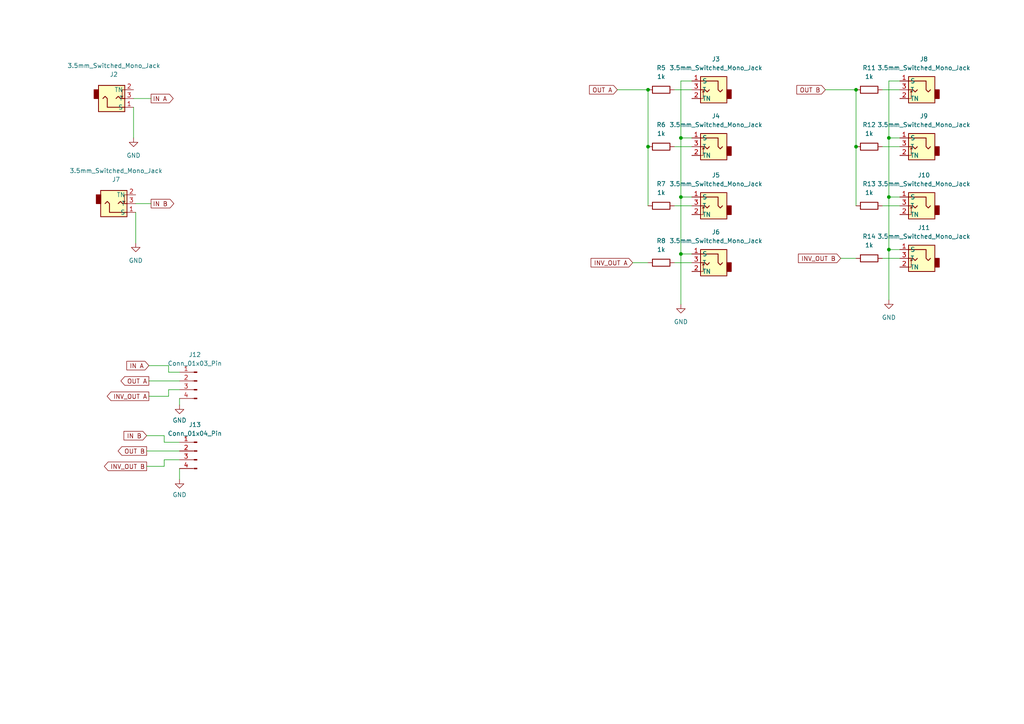
<source format=kicad_sch>
(kicad_sch (version 20230121) (generator eeschema)
  (paper "A4")
  (lib_symbols
    (symbol "Connector:Conn_01x04_Pin" (pin_names (offset 1.016) hide)
      (property "Reference" "J" (at 0 5.08 0))
      (property "Value" "Conn_01x04_Pin" (at 0 -7.62 0))
      (symbol "Conn_01x04_Pin_1_1"
        (polyline (pts (xy 1.27 -5.08) (xy 0.8636 -5.08)) (stroke (width 0.1524)))
        (polyline (pts (xy 1.27 -2.54) (xy 0.8636 -2.54)) (stroke (width 0.1524)))
        (polyline (pts (xy 1.27 0) (xy 0.8636 0)) (stroke (width 0.1524)))
        (polyline (pts (xy 1.27 2.54) (xy 0.8636 2.54)) (stroke (width 0.1524)))
        (rectangle (start 0.8636 -4.953) (end 0 -5.207) (stroke (width 0.1524)) (fill (type outline)))
        (rectangle (start 0.8636 -2.413) (end 0 -2.667) (stroke (width 0.1524)) (fill (type outline)))
        (rectangle (start 0.8636 0.127) (end 0 -0.127) (stroke (width 0.1524)) (fill (type outline)))
        (rectangle (start 0.8636 2.667) (end 0 2.413) (stroke (width 0.1524)) (fill (type outline)))
        (pin passive line (at 5.08 2.54 180) (length 3.81) (name "Pin_1") (number "1"))
        (pin passive line (at 5.08 0 180) (length 3.81) (name "Pin_2") (number "2"))
        (pin passive line (at 5.08 -2.54 180) (length 3.81) (name "Pin_3") (number "3"))
        (pin passive line (at 5.08 -5.08 180) (length 3.81) (name "Pin_4") (number "4"))
      )
    )
    (symbol "Device:R" (pin_numbers hide) (pin_names (offset 0))
      (property "Reference" "R" (at 2.032 0 90))
      (property "Value" "R" (at 0 0 90))
      (symbol "R_0_1"
        (rectangle (start -1.016 -2.54) (end 1.016 2.54) (stroke (width 0.254)))
      )
      (symbol "R_1_1"
        (pin passive line (at 0 3.81 270) (length 1.27) (name "~") (number "1"))
        (pin passive line (at 0 -3.81 90) (length 1.27) (name "~") (number "2"))
      )
    )
    (symbol "My_Symbols:3.5mm_Switched_Mono_Jack"
      (property "Reference" "J" (at 0 13.97 0))
      (property "Value" "3.5mm_Switched_Mono_Jack" (at 0 11.43 0))
      (symbol "3.5mm_Switched_Mono_Jack_0_1"
        (rectangle (start -5.08 5.08) (end -6.35 2.54) (stroke (width 0.254)) (fill (type outline)))
        (rectangle (start -5.08 8.89) (end 2.54 1.27) (stroke (width 0.254)) (fill (type background)))
        (polyline (pts (xy 1.778 4.826) (xy 2.032 4.318)))
        (polyline (pts (xy 0 5.08) (xy 0.635 4.445) (xy 1.27 5.08) (xy 2.54 5.08)) (stroke (width 0.254)))
        (polyline (pts (xy 2.54 2.54) (xy 1.778 2.54) (xy 1.778 4.826) (xy 1.524 4.318)))
        (polyline (pts (xy 2.54 7.62) (xy -2.54 7.62) (xy -2.54 5.08) (xy -3.175 4.445) (xy -3.81 5.08)) (stroke (width 0.254)))
      )
      (symbol "3.5mm_Switched_Mono_Jack_1_1"
        (pin passive line (at 5.08 7.62 180) (length 2.54) (name "S") (number "1"))
        (pin passive line (at 5.08 2.54 180) (length 2.54) (name "TN") (number "2"))
        (pin passive line (at 5.08 5.08 180) (length 2.54) (name "T") (number "3"))
      )
    )
    (symbol "power:GND" (power) (pin_names (offset 0))
      (property "Value" "GND" (at 0 -3.81 0))
      (symbol "GND_0_1"
        (polyline (pts (xy 0 0) (xy 0 -1.27) (xy 1.27 -1.27) (xy 0 -2.54) (xy -1.27 -1.27) (xy 0 -1.27)))
      )
      (symbol "GND_1_1"
        (pin power_in line (at 0 0 270) (length 0) hide (name "GND") (number "1"))
      )
    )
  )
  (junction (at 248.285 26.035))
  (junction (at 197.485 40.005))
  (junction (at 187.96 42.545))
  (junction (at 187.96 26.035))
  (junction (at 197.485 57.15))
  (junction (at 197.485 73.66))
  (junction (at 248.285 42.545))
  (junction (at 257.81 40.005))
  (junction (at 257.81 57.15))
  (junction (at 257.81 72.39))
  (wire (pts (xy 195.58 26.035) (xy 200.66 26.035)))
  (wire (pts (xy 257.81 72.39) (xy 260.985 72.39)))
  (wire (pts (xy 255.905 26.035) (xy 260.985 26.035)))
  (wire (pts (xy 39.37 61.595) (xy 39.37 70.485)))
  (wire (pts (xy 47.625 133.35) (xy 47.625 135.255)))
  (wire (pts (xy 47.625 135.255) (xy 42.545 135.255)))
  (wire (pts (xy 195.58 42.545) (xy 200.66 42.545)))
  (wire (pts (xy 48.895 113.03) (xy 52.07 113.03)))
  (wire (pts (xy 255.905 42.545) (xy 260.985 42.545)))
  (wire (pts (xy 52.07 133.35) (xy 47.625 133.35)))
  (wire (pts (xy 47.625 126.365) (xy 42.545 126.365)))
  (wire (pts (xy 197.485 23.495) (xy 200.66 23.495)))
  (wire (pts (xy 257.81 57.15) (xy 260.985 57.15)))
  (wire (pts (xy 257.81 23.495) (xy 260.985 23.495)))
  (wire (pts (xy 38.735 28.575) (xy 43.815 28.575)))
  (wire (pts (xy 197.485 40.005) (xy 197.485 23.495)))
  (wire (pts (xy 255.905 59.69) (xy 260.985 59.69)))
  (wire (pts (xy 197.485 40.005) (xy 197.485 57.15)))
  (wire (pts (xy 42.545 130.81) (xy 52.07 130.81)))
  (wire (pts (xy 39.37 59.055) (xy 43.815 59.055)))
  (wire (pts (xy 52.07 128.27) (xy 47.625 128.27)))
  (wire (pts (xy 47.625 128.27) (xy 47.625 126.365)))
  (wire (pts (xy 52.07 115.57) (xy 52.07 117.475)))
  (wire (pts (xy 255.905 74.93) (xy 260.985 74.93)))
  (wire (pts (xy 179.07 26.035) (xy 187.96 26.035)))
  (wire (pts (xy 187.96 26.035) (xy 187.96 42.545)))
  (wire (pts (xy 43.18 106.045) (xy 48.895 106.045)))
  (wire (pts (xy 43.18 114.935) (xy 48.895 114.935)))
  (wire (pts (xy 248.285 26.035) (xy 248.285 42.545)))
  (wire (pts (xy 183.515 76.2) (xy 187.96 76.2)))
  (wire (pts (xy 48.895 114.935) (xy 48.895 113.03)))
  (wire (pts (xy 43.18 110.49) (xy 52.07 110.49)))
  (wire (pts (xy 195.58 76.2) (xy 200.66 76.2)))
  (wire (pts (xy 197.485 88.265) (xy 197.485 73.66)))
  (wire (pts (xy 257.81 40.005) (xy 257.81 57.15)))
  (wire (pts (xy 197.485 73.66) (xy 200.66 73.66)))
  (wire (pts (xy 243.84 74.93) (xy 248.285 74.93)))
  (wire (pts (xy 257.81 86.995) (xy 257.81 72.39)))
  (wire (pts (xy 257.81 72.39) (xy 257.81 57.15)))
  (wire (pts (xy 48.895 106.045) (xy 48.895 107.95)))
  (wire (pts (xy 38.735 31.115) (xy 38.735 40.005)))
  (wire (pts (xy 187.96 42.545) (xy 187.96 59.69)))
  (wire (pts (xy 257.81 40.005) (xy 260.985 40.005)))
  (wire (pts (xy 239.395 26.035) (xy 248.285 26.035)))
  (wire (pts (xy 48.895 107.95) (xy 52.07 107.95)))
  (wire (pts (xy 197.485 40.005) (xy 200.66 40.005)))
  (wire (pts (xy 257.81 40.005) (xy 257.81 23.495)))
  (wire (pts (xy 197.485 57.15) (xy 200.66 57.15)))
  (wire (pts (xy 195.58 59.69) (xy 200.66 59.69)))
  (wire (pts (xy 197.485 73.66) (xy 197.485 57.15)))
  (wire (pts (xy 52.07 135.89) (xy 52.07 139.065)))
  (wire (pts (xy 248.285 42.545) (xy 248.285 59.69)))
  (global_label "OUT B" (shape output) (at 42.545 130.81 180) (property "Intersheetrefs" "${INTERSHEET_REFS}" (effects hide)))
  (global_label "IN B" (shape input) (at 42.545 126.365 180) (property "Intersheetrefs" "${INTERSHEET_REFS}" (effects hide)))
  (global_label "INV_OUT B" (shape output) (at 42.545 135.255 180) (property "Intersheetrefs" "${INTERSHEET_REFS}" (effects hide)))
  (global_label "OUT A" (shape input) (at 179.07 26.035 180) (property "Intersheetrefs" "${INTERSHEET_REFS}" (effects hide)))
  (global_label "INV_OUT B" (shape input) (at 243.84 74.93 180) (property "Intersheetrefs" "${INTERSHEET_REFS}" (effects hide)))
  (global_label "INV_OUT A" (shape output) (at 43.18 114.935 180) (property "Intersheetrefs" "${INTERSHEET_REFS}" (effects hide)))
  (global_label "INV_OUT A" (shape input) (at 183.515 76.2 180) (property "Intersheetrefs" "${INTERSHEET_REFS}" (effects hide)))
  (global_label "IN A" (shape input) (at 43.18 106.045 180) (property "Intersheetrefs" "${INTERSHEET_REFS}" (effects hide)))
  (global_label "OUT A" (shape output) (at 43.18 110.49 180) (property "Intersheetrefs" "${INTERSHEET_REFS}" (effects hide)))
  (global_label "OUT B" (shape input) (at 239.395 26.035 180) (property "Intersheetrefs" "${INTERSHEET_REFS}" (effects hide)))
  (global_label "IN A" (shape output) (at 43.815 28.575 0) (property "Intersheetrefs" "${INTERSHEET_REFS}" (effects hide)))
  (global_label "IN B" (shape output) (at 43.815 59.055 0) (property "Intersheetrefs" "${INTERSHEET_REFS}" (effects hide)))
  (symbol (lib_id "Device:R") (at 191.77 59.69 90) (unit 1)
    (property "Reference" "R7" (at 191.77 53.34 90))
    (property "Value" "1k" (at 191.77 55.88 90))
    (property "Footprint" "Resistor_THT:R_Axial_DIN0411_L9.9mm_D3.6mm_P5.08mm_Vertical" (effects hide))
  )
  (symbol (lib_id "Device:R") (at 252.095 74.93 90) (unit 1)
    (property "Reference" "R14" (at 252.095 68.58 90))
    (property "Value" "1k" (at 252.095 71.12 90))
    (property "Footprint" "Resistor_THT:R_Axial_DIN0411_L9.9mm_D3.6mm_P5.08mm_Vertical" (effects hide))
  )
  (symbol (lib_id "Device:R") (at 252.095 26.035 90) (unit 1)
    (property "Reference" "R11" (at 252.095 19.685 90))
    (property "Value" "1k" (at 252.095 22.225 90))
    (property "Footprint" "Resistor_THT:R_Axial_DIN0411_L9.9mm_D3.6mm_P5.08mm_Vertical" (effects hide))
  )
  (symbol (lib_id "My_Symbols:3.5mm_Switched_Mono_Jack") (at 266.065 31.115 0) (mirror y) (unit 1)
    (property "Reference" "J8" (at 267.97 17.145 0))
    (property "Value" "3.5mm_Switched_Mono_Jack" (at 267.97 19.685 0))
    (property "Footprint" "My_Library_BigPads:Connector 3.5mm Mono Switched" (effects hide))
  )
  (symbol (lib_id "My_Symbols:3.5mm_Switched_Mono_Jack") (at 205.74 64.77 0) (mirror y) (unit 1)
    (property "Reference" "J5" (at 207.645 50.8 0))
    (property "Value" "3.5mm_Switched_Mono_Jack" (at 207.645 53.34 0))
    (property "Footprint" "My_Library_BigPads:Connector 3.5mm Mono Switched" (effects hide))
  )
  (symbol (lib_id "power:GND") (at 39.37 70.485 0) (unit 1)
    (property "Reference" "#PWR06" (effects hide))
    (property "Value" "GND" (at 39.37 75.565 0))
  )
  (symbol (lib_id "Device:R") (at 252.095 59.69 90) (unit 1)
    (property "Reference" "R13" (at 252.095 53.34 90))
    (property "Value" "1k" (at 252.095 55.88 90))
    (property "Footprint" "Resistor_THT:R_Axial_DIN0411_L9.9mm_D3.6mm_P5.08mm_Vertical" (effects hide))
  )
  (symbol (lib_id "My_Symbols:3.5mm_Switched_Mono_Jack") (at 266.065 47.625 0) (mirror y) (unit 1)
    (property "Reference" "J9" (at 267.97 33.655 0))
    (property "Value" "3.5mm_Switched_Mono_Jack" (at 267.97 36.195 0))
    (property "Footprint" "My_Library_BigPads:Connector 3.5mm Mono Switched" (effects hide))
  )
  (symbol (lib_id "My_Symbols:3.5mm_Switched_Mono_Jack") (at 34.29 53.975 0) (mirror x) (unit 1)
    (property "Reference" "J7" (at 33.655 52.07 0))
    (property "Value" "3.5mm_Switched_Mono_Jack" (at 33.655 49.53 0))
    (property "Footprint" "My_Library_BigPads:Connector 3.5mm Mono Switched" (effects hide))
  )
  (symbol (lib_id "power:GND") (at 257.81 86.995 0) (unit 1)
    (property "Reference" "#PWR08" (effects hide))
    (property "Value" "GND" (at 257.81 92.075 0))
  )
  (symbol (lib_id "Device:R") (at 191.77 42.545 90) (unit 1)
    (property "Reference" "R6" (at 191.77 36.195 90))
    (property "Value" "1k" (at 191.77 38.735 90))
    (property "Footprint" "Resistor_THT:R_Axial_DIN0411_L9.9mm_D3.6mm_P5.08mm_Vertical" (effects hide))
  )
  (symbol (lib_id "Connector:Conn_01x04_Pin") (at 57.15 110.49 0) (mirror y) (unit 1)
    (property "Reference" "J12" (at 56.515 102.87 0))
    (property "Value" "Conn_01x03_Pin" (at 56.515 105.41 0))
    (property "Footprint" "My_Library_BigPads:PinHeader_1x04_P2.54mm_Vertical" (effects hide))
  )
  (symbol (lib_id "My_Symbols:3.5mm_Switched_Mono_Jack") (at 266.065 64.77 0) (mirror y) (unit 1)
    (property "Reference" "J10" (at 267.97 50.8 0))
    (property "Value" "3.5mm_Switched_Mono_Jack" (at 267.97 53.34 0))
    (property "Footprint" "My_Library_BigPads:Connector 3.5mm Mono Switched" (effects hide))
  )
  (symbol (lib_id "Device:R") (at 191.77 76.2 90) (unit 1)
    (property "Reference" "R8" (at 191.77 69.85 90))
    (property "Value" "1k" (at 191.77 72.39 90))
    (property "Footprint" "Resistor_THT:R_Axial_DIN0411_L9.9mm_D3.6mm_P5.08mm_Vertical" (effects hide))
  )
  (symbol (lib_id "My_Symbols:3.5mm_Switched_Mono_Jack") (at 33.655 23.495 0) (mirror x) (unit 1)
    (property "Reference" "J2" (at 33.02 21.59 0))
    (property "Value" "3.5mm_Switched_Mono_Jack" (at 33.02 19.05 0))
    (property "Footprint" "My_Library_BigPads:Connector 3.5mm Mono Switched" (effects hide))
  )
  (symbol (lib_id "Connector:Conn_01x04_Pin") (at 57.15 130.81 0) (mirror y) (unit 1)
    (property "Reference" "J13" (at 56.515 123.19 0))
    (property "Value" "Conn_01x04_Pin" (at 56.515 125.73 0))
    (property "Footprint" "My_Library_BigPads:PinHeader_1x04_P2.54mm_Vertical" (effects hide))
  )
  (symbol (lib_id "My_Symbols:3.5mm_Switched_Mono_Jack") (at 205.74 81.28 0) (mirror y) (unit 1)
    (property "Reference" "J6" (at 207.645 67.31 0))
    (property "Value" "3.5mm_Switched_Mono_Jack" (at 207.645 69.85 0))
    (property "Footprint" "My_Library_BigPads:Connector 3.5mm Mono Switched" (effects hide))
  )
  (symbol (lib_id "My_Symbols:3.5mm_Switched_Mono_Jack") (at 266.065 80.01 0) (mirror y) (unit 1)
    (property "Reference" "J11" (at 267.97 66.04 0))
    (property "Value" "3.5mm_Switched_Mono_Jack" (at 267.97 68.58 0))
    (property "Footprint" "My_Library_BigPads:Connector 3.5mm Mono Switched" (effects hide))
  )
  (symbol (lib_id "power:GND") (at 38.735 40.005 0) (unit 1)
    (property "Reference" "#PWR01" (effects hide))
    (property "Value" "GND" (at 38.735 45.085 0))
  )
  (symbol (lib_id "Device:R") (at 191.77 26.035 90) (unit 1)
    (property "Reference" "R5" (at 191.77 19.685 90))
    (property "Value" "1k" (at 191.77 22.225 90))
    (property "Footprint" "Resistor_THT:R_Axial_DIN0411_L9.9mm_D3.6mm_P5.08mm_Vertical" (effects hide))
  )
  (symbol (lib_id "Device:R") (at 252.095 42.545 90) (unit 1)
    (property "Reference" "R12" (at 252.095 36.195 90))
    (property "Value" "1k" (at 252.095 38.735 90))
    (property "Footprint" "Resistor_THT:R_Axial_DIN0411_L9.9mm_D3.6mm_P5.08mm_Vertical" (effects hide))
  )
  (symbol (lib_id "My_Symbols:3.5mm_Switched_Mono_Jack") (at 205.74 47.625 0) (mirror y) (unit 1)
    (property "Reference" "J4" (at 207.645 33.655 0))
    (property "Value" "3.5mm_Switched_Mono_Jack" (at 207.645 36.195 0))
    (property "Footprint" "My_Library_BigPads:Connector 3.5mm Mono Switched" (effects hide))
  )
  (symbol (lib_id "power:GND") (at 197.485 88.265 0) (unit 1)
    (property "Reference" "#PWR04" (effects hide))
    (property "Value" "GND" (at 197.485 93.345 0))
  )
  (symbol (lib_id "power:GND") (at 52.07 117.475 0) (unit 1)
    (property "Reference" "#PWR010" (effects hide))
    (property "Value" "GND" (at 52.07 121.92 0))
  )
  (symbol (lib_id "My_Symbols:3.5mm_Switched_Mono_Jack") (at 205.74 31.115 0) (mirror y) (unit 1)
    (property "Reference" "J3" (at 207.645 17.145 0))
    (property "Value" "3.5mm_Switched_Mono_Jack" (at 207.645 19.685 0))
    (property "Footprint" "My_Library_BigPads:Connector 3.5mm Mono Switched" (effects hide))
  )
  (symbol (lib_id "power:GND") (at 52.07 139.065 0) (unit 1)
    (property "Reference" "#PWR09" (effects hide))
    (property "Value" "GND" (at 52.07 143.51 0))
  )
)
</source>
